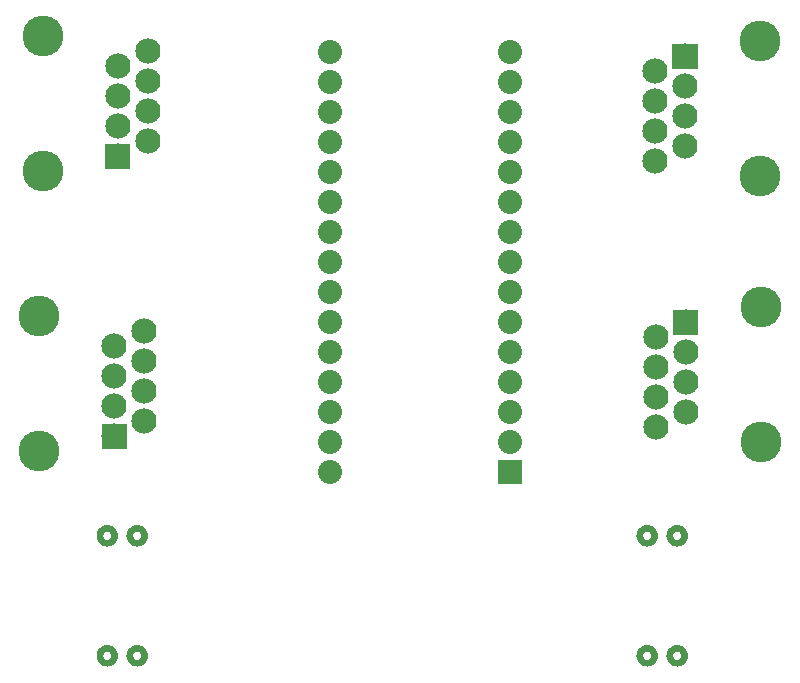
<source format=gts>
G04 MADE WITH FRITZING*
G04 WWW.FRITZING.ORG*
G04 DOUBLE SIDED*
G04 HOLES PLATED*
G04 CONTOUR ON CENTER OF CONTOUR VECTOR*
%ASAXBY*%
%FSLAX23Y23*%
%MOIN*%
%OFA0B0*%
%SFA1.0B1.0*%
%ADD10C,0.080000*%
%ADD11C,0.084000*%
%ADD12C,0.135984*%
%ADD13R,0.079972X0.080000*%
%ADD14R,0.001000X0.001000*%
%LNMASK1*%
G90*
G70*
G54D10*
X1676Y1329D03*
X1676Y1429D03*
X1676Y1529D03*
X1676Y1629D03*
X1676Y1729D03*
X1676Y1829D03*
X1676Y1929D03*
X1676Y2029D03*
X1676Y2129D03*
X1676Y2229D03*
X1676Y2329D03*
X1676Y2429D03*
X1676Y2529D03*
X1676Y2629D03*
X1676Y2729D03*
X1076Y1329D03*
X1076Y1429D03*
X1076Y1529D03*
X1076Y1629D03*
X1076Y1729D03*
X1076Y1829D03*
X1076Y1929D03*
X1076Y2029D03*
X1076Y2129D03*
X1076Y2229D03*
X1076Y2329D03*
X1076Y2429D03*
X1076Y2529D03*
X1076Y2629D03*
X1076Y2729D03*
G54D11*
X2161Y1476D03*
X2261Y1526D03*
X2161Y1576D03*
X2161Y1676D03*
X2161Y1776D03*
X2261Y1626D03*
X2261Y1726D03*
X2261Y1826D03*
G54D12*
X2511Y1876D03*
X2511Y1426D03*
G54D11*
X2161Y1476D03*
X2261Y1526D03*
X2161Y1576D03*
X2161Y1676D03*
X2161Y1776D03*
X2261Y1626D03*
X2261Y1726D03*
X2261Y1826D03*
G54D12*
X2511Y1876D03*
X2511Y1426D03*
G54D11*
X468Y2730D03*
X368Y2680D03*
X468Y2630D03*
X468Y2530D03*
X468Y2430D03*
X368Y2580D03*
X368Y2480D03*
X368Y2380D03*
G54D12*
X118Y2330D03*
X118Y2780D03*
G54D11*
X468Y2730D03*
X368Y2680D03*
X468Y2630D03*
X468Y2530D03*
X468Y2430D03*
X368Y2580D03*
X368Y2480D03*
X368Y2380D03*
G54D12*
X118Y2330D03*
X118Y2780D03*
G54D11*
X457Y1796D03*
X357Y1746D03*
X457Y1696D03*
X457Y1596D03*
X457Y1496D03*
X357Y1646D03*
X357Y1546D03*
X357Y1446D03*
G54D12*
X107Y1396D03*
X107Y1846D03*
G54D11*
X457Y1796D03*
X357Y1746D03*
X457Y1696D03*
X457Y1596D03*
X457Y1496D03*
X357Y1646D03*
X357Y1546D03*
X357Y1446D03*
G54D12*
X107Y1396D03*
X107Y1846D03*
G54D11*
X2159Y2363D03*
X2259Y2413D03*
X2159Y2463D03*
X2159Y2563D03*
X2159Y2663D03*
X2259Y2513D03*
X2259Y2613D03*
X2259Y2713D03*
G54D12*
X2509Y2763D03*
X2509Y2313D03*
G54D11*
X2159Y2363D03*
X2259Y2413D03*
X2159Y2463D03*
X2159Y2563D03*
X2159Y2663D03*
X2259Y2513D03*
X2259Y2613D03*
X2259Y2713D03*
G54D12*
X2509Y2763D03*
X2509Y2313D03*
G54D13*
X1676Y1329D03*
G54D14*
X2217Y2755D02*
X2299Y2755D01*
X2217Y2754D02*
X2300Y2754D01*
X2217Y2753D02*
X2300Y2753D01*
X2217Y2752D02*
X2300Y2752D01*
X2217Y2751D02*
X2300Y2751D01*
X2217Y2750D02*
X2300Y2750D01*
X2217Y2749D02*
X2300Y2749D01*
X2217Y2748D02*
X2300Y2748D01*
X2217Y2747D02*
X2300Y2747D01*
X2217Y2746D02*
X2300Y2746D01*
X2217Y2745D02*
X2300Y2745D01*
X2217Y2744D02*
X2300Y2744D01*
X2217Y2743D02*
X2300Y2743D01*
X2217Y2742D02*
X2300Y2742D01*
X2217Y2741D02*
X2300Y2741D01*
X2217Y2740D02*
X2300Y2740D01*
X2217Y2739D02*
X2300Y2739D01*
X2217Y2738D02*
X2300Y2738D01*
X2217Y2737D02*
X2300Y2737D01*
X2217Y2736D02*
X2300Y2736D01*
X2217Y2735D02*
X2300Y2735D01*
X2217Y2734D02*
X2300Y2734D01*
X2217Y2733D02*
X2300Y2733D01*
X2217Y2732D02*
X2300Y2732D01*
X2217Y2731D02*
X2300Y2731D01*
X2217Y2730D02*
X2300Y2730D01*
X2217Y2729D02*
X2300Y2729D01*
X2217Y2728D02*
X2300Y2728D01*
X2217Y2727D02*
X2252Y2727D01*
X2264Y2727D02*
X2300Y2727D01*
X2217Y2726D02*
X2250Y2726D01*
X2266Y2726D02*
X2300Y2726D01*
X2217Y2725D02*
X2249Y2725D01*
X2267Y2725D02*
X2300Y2725D01*
X2217Y2724D02*
X2248Y2724D01*
X2269Y2724D02*
X2300Y2724D01*
X2217Y2723D02*
X2247Y2723D01*
X2269Y2723D02*
X2300Y2723D01*
X2217Y2722D02*
X2246Y2722D01*
X2270Y2722D02*
X2300Y2722D01*
X2217Y2721D02*
X2245Y2721D01*
X2271Y2721D02*
X2300Y2721D01*
X2217Y2720D02*
X2245Y2720D01*
X2272Y2720D02*
X2300Y2720D01*
X2217Y2719D02*
X2244Y2719D01*
X2272Y2719D02*
X2300Y2719D01*
X2217Y2718D02*
X2244Y2718D01*
X2272Y2718D02*
X2300Y2718D01*
X2217Y2717D02*
X2243Y2717D01*
X2273Y2717D02*
X2300Y2717D01*
X2217Y2716D02*
X2243Y2716D01*
X2273Y2716D02*
X2300Y2716D01*
X2217Y2715D02*
X2243Y2715D01*
X2273Y2715D02*
X2300Y2715D01*
X2217Y2714D02*
X2243Y2714D01*
X2273Y2714D02*
X2300Y2714D01*
X2217Y2713D02*
X2243Y2713D01*
X2273Y2713D02*
X2300Y2713D01*
X2217Y2712D02*
X2243Y2712D01*
X2273Y2712D02*
X2300Y2712D01*
X2217Y2711D02*
X2243Y2711D01*
X2273Y2711D02*
X2300Y2711D01*
X2217Y2710D02*
X2243Y2710D01*
X2273Y2710D02*
X2300Y2710D01*
X2217Y2709D02*
X2244Y2709D01*
X2273Y2709D02*
X2300Y2709D01*
X2217Y2708D02*
X2244Y2708D01*
X2272Y2708D02*
X2300Y2708D01*
X2217Y2707D02*
X2244Y2707D01*
X2272Y2707D02*
X2300Y2707D01*
X2217Y2706D02*
X2245Y2706D01*
X2271Y2706D02*
X2300Y2706D01*
X2217Y2705D02*
X2245Y2705D01*
X2271Y2705D02*
X2300Y2705D01*
X2217Y2704D02*
X2246Y2704D01*
X2270Y2704D02*
X2300Y2704D01*
X2217Y2703D02*
X2247Y2703D01*
X2269Y2703D02*
X2300Y2703D01*
X2217Y2702D02*
X2248Y2702D01*
X2268Y2702D02*
X2300Y2702D01*
X2217Y2701D02*
X2249Y2701D01*
X2267Y2701D02*
X2300Y2701D01*
X2217Y2700D02*
X2251Y2700D01*
X2265Y2700D02*
X2300Y2700D01*
X2217Y2699D02*
X2254Y2699D01*
X2262Y2699D02*
X2300Y2699D01*
X2217Y2698D02*
X2300Y2698D01*
X2217Y2697D02*
X2300Y2697D01*
X2217Y2696D02*
X2300Y2696D01*
X2217Y2695D02*
X2300Y2695D01*
X2217Y2694D02*
X2300Y2694D01*
X2217Y2693D02*
X2300Y2693D01*
X2217Y2692D02*
X2300Y2692D01*
X2217Y2691D02*
X2300Y2691D01*
X2217Y2690D02*
X2300Y2690D01*
X2217Y2689D02*
X2300Y2689D01*
X2217Y2688D02*
X2300Y2688D01*
X2217Y2687D02*
X2300Y2687D01*
X2217Y2686D02*
X2300Y2686D01*
X2217Y2685D02*
X2300Y2685D01*
X2217Y2684D02*
X2300Y2684D01*
X2217Y2683D02*
X2300Y2683D01*
X2217Y2682D02*
X2300Y2682D01*
X2217Y2681D02*
X2300Y2681D01*
X2217Y2680D02*
X2300Y2680D01*
X2217Y2679D02*
X2300Y2679D01*
X2217Y2678D02*
X2300Y2678D01*
X2217Y2677D02*
X2300Y2677D01*
X2217Y2676D02*
X2300Y2676D01*
X2217Y2675D02*
X2300Y2675D01*
X2217Y2674D02*
X2300Y2674D01*
X2217Y2673D02*
X2300Y2673D01*
X2217Y2672D02*
X2300Y2672D01*
X326Y2421D02*
X409Y2421D01*
X326Y2420D02*
X409Y2420D01*
X326Y2419D02*
X409Y2419D01*
X326Y2418D02*
X409Y2418D01*
X326Y2417D02*
X409Y2417D01*
X326Y2416D02*
X409Y2416D01*
X326Y2415D02*
X409Y2415D01*
X326Y2414D02*
X409Y2414D01*
X326Y2413D02*
X409Y2413D01*
X326Y2412D02*
X409Y2412D01*
X326Y2411D02*
X409Y2411D01*
X326Y2410D02*
X409Y2410D01*
X326Y2409D02*
X409Y2409D01*
X326Y2408D02*
X409Y2408D01*
X326Y2407D02*
X409Y2407D01*
X326Y2406D02*
X409Y2406D01*
X326Y2405D02*
X409Y2405D01*
X326Y2404D02*
X409Y2404D01*
X326Y2403D02*
X409Y2403D01*
X326Y2402D02*
X409Y2402D01*
X326Y2401D02*
X409Y2401D01*
X326Y2400D02*
X409Y2400D01*
X326Y2399D02*
X409Y2399D01*
X326Y2398D02*
X409Y2398D01*
X326Y2397D02*
X409Y2397D01*
X326Y2396D02*
X409Y2396D01*
X326Y2395D02*
X409Y2395D01*
X326Y2394D02*
X363Y2394D01*
X373Y2394D02*
X409Y2394D01*
X326Y2393D02*
X361Y2393D01*
X375Y2393D02*
X409Y2393D01*
X326Y2392D02*
X359Y2392D01*
X377Y2392D02*
X409Y2392D01*
X326Y2391D02*
X358Y2391D01*
X378Y2391D02*
X409Y2391D01*
X326Y2390D02*
X357Y2390D01*
X379Y2390D02*
X409Y2390D01*
X326Y2389D02*
X356Y2389D01*
X380Y2389D02*
X409Y2389D01*
X326Y2388D02*
X355Y2388D01*
X381Y2388D02*
X409Y2388D01*
X326Y2387D02*
X354Y2387D01*
X381Y2387D02*
X409Y2387D01*
X326Y2386D02*
X354Y2386D01*
X382Y2386D02*
X409Y2386D01*
X326Y2385D02*
X354Y2385D01*
X382Y2385D02*
X409Y2385D01*
X326Y2384D02*
X353Y2384D01*
X382Y2384D02*
X409Y2384D01*
X326Y2383D02*
X353Y2383D01*
X383Y2383D02*
X409Y2383D01*
X326Y2382D02*
X353Y2382D01*
X383Y2382D02*
X409Y2382D01*
X326Y2381D02*
X353Y2381D01*
X383Y2381D02*
X409Y2381D01*
X326Y2380D02*
X353Y2380D01*
X383Y2380D02*
X409Y2380D01*
X326Y2379D02*
X353Y2379D01*
X383Y2379D02*
X409Y2379D01*
X326Y2378D02*
X353Y2378D01*
X383Y2378D02*
X409Y2378D01*
X326Y2377D02*
X353Y2377D01*
X383Y2377D02*
X409Y2377D01*
X326Y2376D02*
X353Y2376D01*
X383Y2376D02*
X409Y2376D01*
X326Y2375D02*
X353Y2375D01*
X382Y2375D02*
X409Y2375D01*
X326Y2374D02*
X354Y2374D01*
X382Y2374D02*
X409Y2374D01*
X326Y2373D02*
X354Y2373D01*
X381Y2373D02*
X409Y2373D01*
X326Y2372D02*
X355Y2372D01*
X381Y2372D02*
X409Y2372D01*
X326Y2371D02*
X356Y2371D01*
X380Y2371D02*
X409Y2371D01*
X326Y2370D02*
X357Y2370D01*
X379Y2370D02*
X409Y2370D01*
X326Y2369D02*
X358Y2369D01*
X378Y2369D02*
X409Y2369D01*
X326Y2368D02*
X359Y2368D01*
X377Y2368D02*
X409Y2368D01*
X326Y2367D02*
X360Y2367D01*
X375Y2367D02*
X409Y2367D01*
X326Y2366D02*
X363Y2366D01*
X373Y2366D02*
X409Y2366D01*
X326Y2365D02*
X409Y2365D01*
X326Y2364D02*
X409Y2364D01*
X326Y2363D02*
X409Y2363D01*
X326Y2362D02*
X409Y2362D01*
X326Y2361D02*
X409Y2361D01*
X326Y2360D02*
X409Y2360D01*
X326Y2359D02*
X409Y2359D01*
X326Y2358D02*
X409Y2358D01*
X326Y2357D02*
X409Y2357D01*
X326Y2356D02*
X409Y2356D01*
X326Y2355D02*
X409Y2355D01*
X326Y2354D02*
X409Y2354D01*
X326Y2353D02*
X409Y2353D01*
X326Y2352D02*
X409Y2352D01*
X326Y2351D02*
X409Y2351D01*
X326Y2350D02*
X409Y2350D01*
X326Y2349D02*
X409Y2349D01*
X326Y2348D02*
X409Y2348D01*
X326Y2347D02*
X409Y2347D01*
X326Y2346D02*
X409Y2346D01*
X326Y2345D02*
X409Y2345D01*
X326Y2344D02*
X409Y2344D01*
X326Y2343D02*
X409Y2343D01*
X326Y2342D02*
X409Y2342D01*
X326Y2341D02*
X409Y2341D01*
X326Y2340D02*
X409Y2340D01*
X326Y2339D02*
X409Y2339D01*
X327Y2338D02*
X409Y2338D01*
X2219Y1868D02*
X2302Y1868D01*
X2219Y1867D02*
X2302Y1867D01*
X2219Y1866D02*
X2302Y1866D01*
X2219Y1865D02*
X2302Y1865D01*
X2219Y1864D02*
X2302Y1864D01*
X2219Y1863D02*
X2302Y1863D01*
X2219Y1862D02*
X2302Y1862D01*
X2219Y1861D02*
X2302Y1861D01*
X2219Y1860D02*
X2302Y1860D01*
X2219Y1859D02*
X2302Y1859D01*
X2219Y1858D02*
X2302Y1858D01*
X2219Y1857D02*
X2302Y1857D01*
X2219Y1856D02*
X2302Y1856D01*
X2219Y1855D02*
X2302Y1855D01*
X2219Y1854D02*
X2302Y1854D01*
X2219Y1853D02*
X2302Y1853D01*
X2219Y1852D02*
X2302Y1852D01*
X2219Y1851D02*
X2302Y1851D01*
X2219Y1850D02*
X2302Y1850D01*
X2219Y1849D02*
X2302Y1849D01*
X2219Y1848D02*
X2302Y1848D01*
X2219Y1847D02*
X2302Y1847D01*
X2219Y1846D02*
X2302Y1846D01*
X2219Y1845D02*
X2302Y1845D01*
X2219Y1844D02*
X2302Y1844D01*
X2219Y1843D02*
X2302Y1843D01*
X2219Y1842D02*
X2302Y1842D01*
X2219Y1841D02*
X2302Y1841D01*
X2219Y1840D02*
X2255Y1840D01*
X2266Y1840D02*
X2302Y1840D01*
X2219Y1839D02*
X2253Y1839D01*
X2268Y1839D02*
X2302Y1839D01*
X2219Y1838D02*
X2251Y1838D01*
X2270Y1838D02*
X2302Y1838D01*
X2219Y1837D02*
X2250Y1837D01*
X2271Y1837D02*
X2302Y1837D01*
X2219Y1836D02*
X2249Y1836D01*
X2272Y1836D02*
X2302Y1836D01*
X2219Y1835D02*
X2248Y1835D01*
X2273Y1835D02*
X2302Y1835D01*
X2219Y1834D02*
X2248Y1834D01*
X2274Y1834D02*
X2302Y1834D01*
X2219Y1833D02*
X2247Y1833D01*
X2274Y1833D02*
X2302Y1833D01*
X2219Y1832D02*
X2246Y1832D01*
X2275Y1832D02*
X2302Y1832D01*
X2219Y1831D02*
X2246Y1831D01*
X2275Y1831D02*
X2302Y1831D01*
X2219Y1830D02*
X2246Y1830D01*
X2275Y1830D02*
X2302Y1830D01*
X2219Y1829D02*
X2246Y1829D01*
X2275Y1829D02*
X2302Y1829D01*
X2219Y1828D02*
X2245Y1828D01*
X2276Y1828D02*
X2302Y1828D01*
X2219Y1827D02*
X2245Y1827D01*
X2276Y1827D02*
X2302Y1827D01*
X2219Y1826D02*
X2245Y1826D01*
X2276Y1826D02*
X2302Y1826D01*
X2219Y1825D02*
X2245Y1825D01*
X2276Y1825D02*
X2302Y1825D01*
X2219Y1824D02*
X2246Y1824D01*
X2276Y1824D02*
X2302Y1824D01*
X2219Y1823D02*
X2246Y1823D01*
X2275Y1823D02*
X2302Y1823D01*
X2219Y1822D02*
X2246Y1822D01*
X2275Y1822D02*
X2302Y1822D01*
X2219Y1821D02*
X2246Y1821D01*
X2275Y1821D02*
X2302Y1821D01*
X2219Y1820D02*
X2247Y1820D01*
X2274Y1820D02*
X2302Y1820D01*
X2219Y1819D02*
X2247Y1819D01*
X2274Y1819D02*
X2302Y1819D01*
X2219Y1818D02*
X2248Y1818D01*
X2273Y1818D02*
X2302Y1818D01*
X2219Y1817D02*
X2249Y1817D01*
X2272Y1817D02*
X2302Y1817D01*
X2219Y1816D02*
X2250Y1816D01*
X2271Y1816D02*
X2302Y1816D01*
X2219Y1815D02*
X2251Y1815D01*
X2270Y1815D02*
X2302Y1815D01*
X2219Y1814D02*
X2252Y1814D01*
X2269Y1814D02*
X2302Y1814D01*
X2219Y1813D02*
X2254Y1813D01*
X2267Y1813D02*
X2302Y1813D01*
X2219Y1812D02*
X2256Y1812D01*
X2265Y1812D02*
X2302Y1812D01*
X2219Y1811D02*
X2302Y1811D01*
X2219Y1810D02*
X2302Y1810D01*
X2219Y1809D02*
X2302Y1809D01*
X2219Y1808D02*
X2302Y1808D01*
X2219Y1807D02*
X2302Y1807D01*
X2219Y1806D02*
X2302Y1806D01*
X2219Y1805D02*
X2302Y1805D01*
X2219Y1804D02*
X2302Y1804D01*
X2219Y1803D02*
X2302Y1803D01*
X2219Y1802D02*
X2302Y1802D01*
X2219Y1801D02*
X2302Y1801D01*
X2219Y1800D02*
X2302Y1800D01*
X2219Y1799D02*
X2302Y1799D01*
X2219Y1798D02*
X2302Y1798D01*
X2219Y1797D02*
X2302Y1797D01*
X2219Y1796D02*
X2302Y1796D01*
X2219Y1795D02*
X2302Y1795D01*
X2219Y1794D02*
X2302Y1794D01*
X2219Y1793D02*
X2302Y1793D01*
X2219Y1792D02*
X2302Y1792D01*
X2219Y1791D02*
X2302Y1791D01*
X2219Y1790D02*
X2302Y1790D01*
X2219Y1789D02*
X2302Y1789D01*
X2219Y1788D02*
X2302Y1788D01*
X2219Y1787D02*
X2302Y1787D01*
X2219Y1786D02*
X2302Y1786D01*
X2219Y1785D02*
X2302Y1785D01*
X315Y1488D02*
X398Y1488D01*
X315Y1487D02*
X398Y1487D01*
X315Y1486D02*
X398Y1486D01*
X315Y1485D02*
X398Y1485D01*
X315Y1484D02*
X398Y1484D01*
X315Y1483D02*
X398Y1483D01*
X315Y1482D02*
X398Y1482D01*
X315Y1481D02*
X398Y1481D01*
X315Y1480D02*
X398Y1480D01*
X315Y1479D02*
X398Y1479D01*
X315Y1478D02*
X398Y1478D01*
X315Y1477D02*
X398Y1477D01*
X315Y1476D02*
X398Y1476D01*
X315Y1475D02*
X398Y1475D01*
X315Y1474D02*
X398Y1474D01*
X315Y1473D02*
X398Y1473D01*
X315Y1472D02*
X398Y1472D01*
X315Y1471D02*
X398Y1471D01*
X315Y1470D02*
X398Y1470D01*
X315Y1469D02*
X398Y1469D01*
X315Y1468D02*
X398Y1468D01*
X315Y1467D02*
X398Y1467D01*
X315Y1466D02*
X398Y1466D01*
X315Y1465D02*
X398Y1465D01*
X315Y1464D02*
X398Y1464D01*
X315Y1463D02*
X398Y1463D01*
X315Y1462D02*
X398Y1462D01*
X315Y1461D02*
X398Y1461D01*
X315Y1460D02*
X351Y1460D01*
X363Y1460D02*
X398Y1460D01*
X315Y1459D02*
X349Y1459D01*
X365Y1459D02*
X398Y1459D01*
X315Y1458D02*
X347Y1458D01*
X366Y1458D02*
X398Y1458D01*
X315Y1457D02*
X346Y1457D01*
X367Y1457D02*
X398Y1457D01*
X315Y1456D02*
X345Y1456D01*
X368Y1456D02*
X398Y1456D01*
X315Y1455D02*
X344Y1455D01*
X369Y1455D02*
X398Y1455D01*
X315Y1454D02*
X344Y1454D01*
X370Y1454D02*
X398Y1454D01*
X315Y1453D02*
X343Y1453D01*
X370Y1453D02*
X398Y1453D01*
X315Y1452D02*
X343Y1452D01*
X371Y1452D02*
X398Y1452D01*
X315Y1451D02*
X342Y1451D01*
X371Y1451D02*
X398Y1451D01*
X315Y1450D02*
X342Y1450D01*
X371Y1450D02*
X398Y1450D01*
X315Y1449D02*
X342Y1449D01*
X372Y1449D02*
X398Y1449D01*
X315Y1448D02*
X342Y1448D01*
X372Y1448D02*
X398Y1448D01*
X315Y1447D02*
X342Y1447D01*
X372Y1447D02*
X398Y1447D01*
X315Y1446D02*
X342Y1446D01*
X372Y1446D02*
X398Y1446D01*
X315Y1445D02*
X342Y1445D01*
X372Y1445D02*
X398Y1445D01*
X315Y1444D02*
X342Y1444D01*
X372Y1444D02*
X398Y1444D01*
X315Y1443D02*
X342Y1443D01*
X372Y1443D02*
X398Y1443D01*
X315Y1442D02*
X342Y1442D01*
X371Y1442D02*
X398Y1442D01*
X315Y1441D02*
X342Y1441D01*
X371Y1441D02*
X398Y1441D01*
X315Y1440D02*
X343Y1440D01*
X371Y1440D02*
X398Y1440D01*
X315Y1439D02*
X343Y1439D01*
X370Y1439D02*
X398Y1439D01*
X315Y1438D02*
X344Y1438D01*
X369Y1438D02*
X398Y1438D01*
X315Y1437D02*
X345Y1437D01*
X369Y1437D02*
X398Y1437D01*
X315Y1436D02*
X346Y1436D01*
X368Y1436D02*
X398Y1436D01*
X315Y1435D02*
X347Y1435D01*
X366Y1435D02*
X398Y1435D01*
X315Y1434D02*
X348Y1434D01*
X365Y1434D02*
X398Y1434D01*
X315Y1433D02*
X350Y1433D01*
X363Y1433D02*
X398Y1433D01*
X315Y1432D02*
X353Y1432D01*
X361Y1432D02*
X398Y1432D01*
X315Y1431D02*
X398Y1431D01*
X315Y1430D02*
X398Y1430D01*
X315Y1429D02*
X398Y1429D01*
X315Y1428D02*
X398Y1428D01*
X315Y1427D02*
X398Y1427D01*
X315Y1426D02*
X398Y1426D01*
X315Y1425D02*
X398Y1425D01*
X315Y1424D02*
X398Y1424D01*
X315Y1423D02*
X398Y1423D01*
X315Y1422D02*
X398Y1422D01*
X315Y1421D02*
X398Y1421D01*
X315Y1420D02*
X398Y1420D01*
X315Y1419D02*
X398Y1419D01*
X315Y1418D02*
X398Y1418D01*
X315Y1417D02*
X398Y1417D01*
X315Y1416D02*
X398Y1416D01*
X315Y1415D02*
X398Y1415D01*
X315Y1414D02*
X398Y1414D01*
X315Y1413D02*
X398Y1413D01*
X315Y1412D02*
X398Y1412D01*
X315Y1411D02*
X398Y1411D01*
X315Y1410D02*
X398Y1410D01*
X315Y1409D02*
X398Y1409D01*
X315Y1408D02*
X398Y1408D01*
X315Y1407D02*
X398Y1407D01*
X315Y1406D02*
X398Y1406D01*
X315Y1405D02*
X398Y1405D01*
X326Y1150D02*
X339Y1150D01*
X426Y1150D02*
X439Y1150D01*
X2126Y1150D02*
X2139Y1150D01*
X2226Y1150D02*
X2239Y1150D01*
X323Y1149D02*
X343Y1149D01*
X423Y1149D02*
X443Y1149D01*
X2123Y1149D02*
X2143Y1149D01*
X2223Y1149D02*
X2243Y1149D01*
X320Y1148D02*
X346Y1148D01*
X420Y1148D02*
X446Y1148D01*
X2120Y1148D02*
X2146Y1148D01*
X2220Y1148D02*
X2246Y1148D01*
X318Y1147D02*
X348Y1147D01*
X418Y1147D02*
X448Y1147D01*
X2118Y1147D02*
X2148Y1147D01*
X2218Y1147D02*
X2248Y1147D01*
X316Y1146D02*
X350Y1146D01*
X416Y1146D02*
X450Y1146D01*
X2116Y1146D02*
X2150Y1146D01*
X2216Y1146D02*
X2250Y1146D01*
X314Y1145D02*
X352Y1145D01*
X414Y1145D02*
X452Y1145D01*
X2114Y1145D02*
X2152Y1145D01*
X2214Y1145D02*
X2252Y1145D01*
X313Y1144D02*
X353Y1144D01*
X413Y1144D02*
X453Y1144D01*
X2112Y1144D02*
X2153Y1144D01*
X2212Y1144D02*
X2253Y1144D01*
X311Y1143D02*
X355Y1143D01*
X411Y1143D02*
X455Y1143D01*
X2111Y1143D02*
X2154Y1143D01*
X2211Y1143D02*
X2254Y1143D01*
X310Y1142D02*
X356Y1142D01*
X410Y1142D02*
X456Y1142D01*
X2110Y1142D02*
X2156Y1142D01*
X2210Y1142D02*
X2256Y1142D01*
X309Y1141D02*
X357Y1141D01*
X409Y1141D02*
X457Y1141D01*
X2109Y1141D02*
X2157Y1141D01*
X2209Y1141D02*
X2257Y1141D01*
X308Y1140D02*
X358Y1140D01*
X408Y1140D02*
X458Y1140D01*
X2108Y1140D02*
X2158Y1140D01*
X2208Y1140D02*
X2258Y1140D01*
X307Y1139D02*
X359Y1139D01*
X407Y1139D02*
X459Y1139D01*
X2107Y1139D02*
X2159Y1139D01*
X2207Y1139D02*
X2259Y1139D01*
X306Y1138D02*
X360Y1138D01*
X406Y1138D02*
X460Y1138D01*
X2106Y1138D02*
X2160Y1138D01*
X2206Y1138D02*
X2260Y1138D01*
X305Y1137D02*
X361Y1137D01*
X405Y1137D02*
X461Y1137D01*
X2105Y1137D02*
X2160Y1137D01*
X2205Y1137D02*
X2260Y1137D01*
X304Y1136D02*
X361Y1136D01*
X404Y1136D02*
X461Y1136D01*
X2104Y1136D02*
X2161Y1136D01*
X2204Y1136D02*
X2261Y1136D01*
X304Y1135D02*
X362Y1135D01*
X404Y1135D02*
X462Y1135D01*
X2104Y1135D02*
X2162Y1135D01*
X2204Y1135D02*
X2262Y1135D01*
X303Y1134D02*
X363Y1134D01*
X403Y1134D02*
X463Y1134D01*
X2103Y1134D02*
X2163Y1134D01*
X2203Y1134D02*
X2263Y1134D01*
X303Y1133D02*
X363Y1133D01*
X402Y1133D02*
X463Y1133D01*
X2102Y1133D02*
X2163Y1133D01*
X2202Y1133D02*
X2263Y1133D01*
X302Y1132D02*
X364Y1132D01*
X402Y1132D02*
X464Y1132D01*
X2102Y1132D02*
X2164Y1132D01*
X2202Y1132D02*
X2264Y1132D01*
X301Y1131D02*
X364Y1131D01*
X401Y1131D02*
X464Y1131D01*
X2101Y1131D02*
X2164Y1131D01*
X2201Y1131D02*
X2264Y1131D01*
X301Y1130D02*
X365Y1130D01*
X401Y1130D02*
X465Y1130D01*
X2101Y1130D02*
X2165Y1130D01*
X2201Y1130D02*
X2265Y1130D01*
X300Y1129D02*
X365Y1129D01*
X400Y1129D02*
X465Y1129D01*
X2100Y1129D02*
X2165Y1129D01*
X2200Y1129D02*
X2265Y1129D01*
X300Y1128D02*
X329Y1128D01*
X336Y1128D02*
X366Y1128D01*
X400Y1128D02*
X429Y1128D01*
X436Y1128D02*
X466Y1128D01*
X2100Y1128D02*
X2129Y1128D01*
X2136Y1128D02*
X2166Y1128D01*
X2200Y1128D02*
X2229Y1128D01*
X2236Y1128D02*
X2266Y1128D01*
X300Y1127D02*
X327Y1127D01*
X339Y1127D02*
X366Y1127D01*
X400Y1127D02*
X426Y1127D01*
X439Y1127D02*
X466Y1127D01*
X2100Y1127D02*
X2126Y1127D01*
X2139Y1127D02*
X2166Y1127D01*
X2200Y1127D02*
X2226Y1127D01*
X2239Y1127D02*
X2266Y1127D01*
X299Y1126D02*
X325Y1126D01*
X341Y1126D02*
X366Y1126D01*
X399Y1126D02*
X425Y1126D01*
X441Y1126D02*
X466Y1126D01*
X2099Y1126D02*
X2125Y1126D01*
X2141Y1126D02*
X2166Y1126D01*
X2199Y1126D02*
X2225Y1126D01*
X2241Y1126D02*
X2266Y1126D01*
X299Y1125D02*
X324Y1125D01*
X342Y1125D02*
X367Y1125D01*
X399Y1125D02*
X424Y1125D01*
X442Y1125D02*
X467Y1125D01*
X2099Y1125D02*
X2123Y1125D01*
X2142Y1125D02*
X2167Y1125D01*
X2199Y1125D02*
X2223Y1125D01*
X2242Y1125D02*
X2267Y1125D01*
X299Y1124D02*
X323Y1124D01*
X343Y1124D02*
X367Y1124D01*
X399Y1124D02*
X422Y1124D01*
X443Y1124D02*
X467Y1124D01*
X2099Y1124D02*
X2122Y1124D01*
X2143Y1124D02*
X2167Y1124D01*
X2199Y1124D02*
X2222Y1124D01*
X2243Y1124D02*
X2267Y1124D01*
X298Y1123D02*
X322Y1123D01*
X344Y1123D02*
X367Y1123D01*
X398Y1123D02*
X422Y1123D01*
X444Y1123D02*
X467Y1123D01*
X2098Y1123D02*
X2122Y1123D01*
X2144Y1123D02*
X2167Y1123D01*
X2198Y1123D02*
X2222Y1123D01*
X2244Y1123D02*
X2267Y1123D01*
X298Y1122D02*
X321Y1122D01*
X345Y1122D02*
X368Y1122D01*
X398Y1122D02*
X421Y1122D01*
X445Y1122D02*
X468Y1122D01*
X2098Y1122D02*
X2121Y1122D01*
X2145Y1122D02*
X2167Y1122D01*
X2198Y1122D02*
X2221Y1122D01*
X2245Y1122D02*
X2267Y1122D01*
X298Y1121D02*
X320Y1121D01*
X345Y1121D02*
X368Y1121D01*
X398Y1121D02*
X420Y1121D01*
X445Y1121D02*
X468Y1121D01*
X2098Y1121D02*
X2120Y1121D01*
X2145Y1121D02*
X2168Y1121D01*
X2198Y1121D02*
X2220Y1121D01*
X2245Y1121D02*
X2268Y1121D01*
X298Y1120D02*
X320Y1120D01*
X346Y1120D02*
X368Y1120D01*
X398Y1120D02*
X420Y1120D01*
X446Y1120D02*
X468Y1120D01*
X2098Y1120D02*
X2120Y1120D01*
X2146Y1120D02*
X2168Y1120D01*
X2198Y1120D02*
X2220Y1120D01*
X2246Y1120D02*
X2268Y1120D01*
X298Y1119D02*
X320Y1119D01*
X346Y1119D02*
X368Y1119D01*
X398Y1119D02*
X419Y1119D01*
X446Y1119D02*
X468Y1119D01*
X2098Y1119D02*
X2119Y1119D01*
X2146Y1119D02*
X2168Y1119D01*
X2198Y1119D02*
X2219Y1119D01*
X2246Y1119D02*
X2268Y1119D01*
X298Y1118D02*
X319Y1118D01*
X347Y1118D02*
X368Y1118D01*
X398Y1118D02*
X419Y1118D01*
X446Y1118D02*
X468Y1118D01*
X2097Y1118D02*
X2119Y1118D01*
X2146Y1118D02*
X2168Y1118D01*
X2197Y1118D02*
X2219Y1118D01*
X2246Y1118D02*
X2268Y1118D01*
X298Y1117D02*
X319Y1117D01*
X347Y1117D02*
X368Y1117D01*
X398Y1117D02*
X419Y1117D01*
X447Y1117D02*
X468Y1117D01*
X2097Y1117D02*
X2119Y1117D01*
X2147Y1117D02*
X2168Y1117D01*
X2197Y1117D02*
X2219Y1117D01*
X2247Y1117D02*
X2268Y1117D01*
X298Y1116D02*
X319Y1116D01*
X347Y1116D02*
X368Y1116D01*
X397Y1116D02*
X419Y1116D01*
X447Y1116D02*
X468Y1116D01*
X2097Y1116D02*
X2119Y1116D01*
X2147Y1116D02*
X2168Y1116D01*
X2197Y1116D02*
X2219Y1116D01*
X2247Y1116D02*
X2268Y1116D01*
X297Y1115D02*
X319Y1115D01*
X347Y1115D02*
X368Y1115D01*
X397Y1115D02*
X419Y1115D01*
X447Y1115D02*
X468Y1115D01*
X2097Y1115D02*
X2119Y1115D01*
X2147Y1115D02*
X2168Y1115D01*
X2197Y1115D02*
X2219Y1115D01*
X2247Y1115D02*
X2268Y1115D01*
X297Y1114D02*
X319Y1114D01*
X347Y1114D02*
X368Y1114D01*
X397Y1114D02*
X419Y1114D01*
X447Y1114D02*
X468Y1114D01*
X2097Y1114D02*
X2119Y1114D01*
X2147Y1114D02*
X2168Y1114D01*
X2197Y1114D02*
X2219Y1114D01*
X2247Y1114D02*
X2268Y1114D01*
X298Y1113D02*
X319Y1113D01*
X347Y1113D02*
X368Y1113D01*
X397Y1113D02*
X419Y1113D01*
X447Y1113D02*
X468Y1113D01*
X2097Y1113D02*
X2119Y1113D01*
X2147Y1113D02*
X2168Y1113D01*
X2197Y1113D02*
X2219Y1113D01*
X2247Y1113D02*
X2268Y1113D01*
X298Y1112D02*
X319Y1112D01*
X347Y1112D02*
X368Y1112D01*
X398Y1112D02*
X419Y1112D01*
X447Y1112D02*
X468Y1112D01*
X2097Y1112D02*
X2119Y1112D01*
X2147Y1112D02*
X2168Y1112D01*
X2197Y1112D02*
X2219Y1112D01*
X2246Y1112D02*
X2268Y1112D01*
X298Y1111D02*
X319Y1111D01*
X346Y1111D02*
X368Y1111D01*
X398Y1111D02*
X419Y1111D01*
X446Y1111D02*
X468Y1111D01*
X2098Y1111D02*
X2119Y1111D01*
X2146Y1111D02*
X2168Y1111D01*
X2198Y1111D02*
X2219Y1111D01*
X2246Y1111D02*
X2268Y1111D01*
X298Y1110D02*
X320Y1110D01*
X346Y1110D02*
X368Y1110D01*
X398Y1110D02*
X420Y1110D01*
X446Y1110D02*
X468Y1110D01*
X2098Y1110D02*
X2120Y1110D01*
X2146Y1110D02*
X2168Y1110D01*
X2198Y1110D02*
X2220Y1110D01*
X2246Y1110D02*
X2268Y1110D01*
X298Y1109D02*
X320Y1109D01*
X346Y1109D02*
X368Y1109D01*
X398Y1109D02*
X420Y1109D01*
X446Y1109D02*
X468Y1109D01*
X2098Y1109D02*
X2120Y1109D01*
X2146Y1109D02*
X2168Y1109D01*
X2198Y1109D02*
X2220Y1109D01*
X2245Y1109D02*
X2268Y1109D01*
X298Y1108D02*
X321Y1108D01*
X345Y1108D02*
X368Y1108D01*
X398Y1108D02*
X421Y1108D01*
X445Y1108D02*
X468Y1108D01*
X2098Y1108D02*
X2121Y1108D01*
X2145Y1108D02*
X2168Y1108D01*
X2198Y1108D02*
X2220Y1108D01*
X2245Y1108D02*
X2267Y1108D01*
X298Y1107D02*
X321Y1107D01*
X344Y1107D02*
X367Y1107D01*
X398Y1107D02*
X421Y1107D01*
X444Y1107D02*
X467Y1107D01*
X2098Y1107D02*
X2121Y1107D01*
X2144Y1107D02*
X2167Y1107D01*
X2198Y1107D02*
X2221Y1107D01*
X2244Y1107D02*
X2267Y1107D01*
X299Y1106D02*
X322Y1106D01*
X344Y1106D02*
X367Y1106D01*
X399Y1106D02*
X422Y1106D01*
X444Y1106D02*
X467Y1106D01*
X2099Y1106D02*
X2122Y1106D01*
X2143Y1106D02*
X2167Y1106D01*
X2198Y1106D02*
X2222Y1106D01*
X2243Y1106D02*
X2267Y1106D01*
X299Y1105D02*
X323Y1105D01*
X343Y1105D02*
X367Y1105D01*
X399Y1105D02*
X423Y1105D01*
X443Y1105D02*
X467Y1105D01*
X2099Y1105D02*
X2123Y1105D01*
X2143Y1105D02*
X2167Y1105D01*
X2199Y1105D02*
X2223Y1105D01*
X2242Y1105D02*
X2267Y1105D01*
X299Y1104D02*
X324Y1104D01*
X341Y1104D02*
X367Y1104D01*
X399Y1104D02*
X424Y1104D01*
X441Y1104D02*
X467Y1104D01*
X2099Y1104D02*
X2124Y1104D01*
X2141Y1104D02*
X2166Y1104D01*
X2199Y1104D02*
X2224Y1104D01*
X2241Y1104D02*
X2266Y1104D01*
X300Y1103D02*
X326Y1103D01*
X340Y1103D02*
X366Y1103D01*
X400Y1103D02*
X426Y1103D01*
X440Y1103D02*
X466Y1103D01*
X2099Y1103D02*
X2126Y1103D01*
X2140Y1103D02*
X2166Y1103D01*
X2199Y1103D02*
X2226Y1103D01*
X2240Y1103D02*
X2266Y1103D01*
X300Y1102D02*
X328Y1102D01*
X338Y1102D02*
X366Y1102D01*
X400Y1102D02*
X428Y1102D01*
X438Y1102D02*
X466Y1102D01*
X2100Y1102D02*
X2128Y1102D01*
X2138Y1102D02*
X2166Y1102D01*
X2200Y1102D02*
X2228Y1102D01*
X2238Y1102D02*
X2266Y1102D01*
X300Y1101D02*
X365Y1101D01*
X400Y1101D02*
X465Y1101D01*
X2100Y1101D02*
X2165Y1101D01*
X2200Y1101D02*
X2265Y1101D01*
X301Y1100D02*
X365Y1100D01*
X401Y1100D02*
X465Y1100D01*
X2101Y1100D02*
X2165Y1100D01*
X2201Y1100D02*
X2265Y1100D01*
X301Y1099D02*
X365Y1099D01*
X401Y1099D02*
X465Y1099D01*
X2101Y1099D02*
X2164Y1099D01*
X2201Y1099D02*
X2264Y1099D01*
X302Y1098D02*
X364Y1098D01*
X402Y1098D02*
X464Y1098D01*
X2102Y1098D02*
X2164Y1098D01*
X2202Y1098D02*
X2264Y1098D01*
X302Y1097D02*
X364Y1097D01*
X402Y1097D02*
X463Y1097D01*
X2102Y1097D02*
X2163Y1097D01*
X2202Y1097D02*
X2263Y1097D01*
X303Y1096D02*
X363Y1096D01*
X403Y1096D02*
X463Y1096D01*
X2103Y1096D02*
X2163Y1096D01*
X2203Y1096D02*
X2263Y1096D01*
X303Y1095D02*
X362Y1095D01*
X403Y1095D02*
X462Y1095D01*
X2103Y1095D02*
X2162Y1095D01*
X2203Y1095D02*
X2262Y1095D01*
X304Y1094D02*
X362Y1094D01*
X404Y1094D02*
X462Y1094D01*
X2104Y1094D02*
X2162Y1094D01*
X2204Y1094D02*
X2261Y1094D01*
X305Y1093D02*
X361Y1093D01*
X405Y1093D02*
X461Y1093D01*
X2105Y1093D02*
X2161Y1093D01*
X2205Y1093D02*
X2261Y1093D01*
X306Y1092D02*
X360Y1092D01*
X406Y1092D02*
X460Y1092D01*
X2106Y1092D02*
X2160Y1092D01*
X2205Y1092D02*
X2260Y1092D01*
X306Y1091D02*
X359Y1091D01*
X406Y1091D02*
X459Y1091D01*
X2106Y1091D02*
X2159Y1091D01*
X2206Y1091D02*
X2259Y1091D01*
X307Y1090D02*
X358Y1090D01*
X407Y1090D02*
X458Y1090D01*
X2107Y1090D02*
X2158Y1090D01*
X2207Y1090D02*
X2258Y1090D01*
X308Y1089D02*
X357Y1089D01*
X408Y1089D02*
X457Y1089D01*
X2108Y1089D02*
X2157Y1089D01*
X2208Y1089D02*
X2257Y1089D01*
X309Y1088D02*
X356Y1088D01*
X409Y1088D02*
X456Y1088D01*
X2109Y1088D02*
X2156Y1088D01*
X2209Y1088D02*
X2256Y1088D01*
X311Y1087D02*
X355Y1087D01*
X411Y1087D02*
X455Y1087D01*
X2111Y1087D02*
X2155Y1087D01*
X2210Y1087D02*
X2255Y1087D01*
X312Y1086D02*
X354Y1086D01*
X412Y1086D02*
X454Y1086D01*
X2112Y1086D02*
X2154Y1086D01*
X2212Y1086D02*
X2254Y1086D01*
X313Y1085D02*
X352Y1085D01*
X413Y1085D02*
X452Y1085D01*
X2113Y1085D02*
X2152Y1085D01*
X2213Y1085D02*
X2252Y1085D01*
X315Y1084D02*
X351Y1084D01*
X415Y1084D02*
X451Y1084D01*
X2115Y1084D02*
X2151Y1084D01*
X2215Y1084D02*
X2251Y1084D01*
X317Y1083D02*
X349Y1083D01*
X417Y1083D02*
X449Y1083D01*
X2117Y1083D02*
X2149Y1083D01*
X2217Y1083D02*
X2249Y1083D01*
X319Y1082D02*
X347Y1082D01*
X419Y1082D02*
X447Y1082D01*
X2119Y1082D02*
X2147Y1082D01*
X2219Y1082D02*
X2247Y1082D01*
X321Y1081D02*
X344Y1081D01*
X421Y1081D02*
X444Y1081D01*
X2121Y1081D02*
X2144Y1081D01*
X2221Y1081D02*
X2244Y1081D01*
X325Y1080D02*
X341Y1080D01*
X425Y1080D02*
X441Y1080D01*
X2125Y1080D02*
X2141Y1080D01*
X2225Y1080D02*
X2241Y1080D01*
X330Y1079D02*
X336Y1079D01*
X430Y1079D02*
X436Y1079D01*
X2130Y1079D02*
X2136Y1079D01*
X2230Y1079D02*
X2235Y1079D01*
X326Y750D02*
X340Y750D01*
X426Y750D02*
X440Y750D01*
X2126Y750D02*
X2139Y750D01*
X2226Y750D02*
X2239Y750D01*
X323Y749D02*
X343Y749D01*
X422Y749D02*
X443Y749D01*
X2122Y749D02*
X2143Y749D01*
X2222Y749D02*
X2243Y749D01*
X320Y748D02*
X346Y748D01*
X420Y748D02*
X446Y748D01*
X2120Y748D02*
X2146Y748D01*
X2220Y748D02*
X2246Y748D01*
X318Y747D02*
X348Y747D01*
X418Y747D02*
X448Y747D01*
X2118Y747D02*
X2148Y747D01*
X2217Y747D02*
X2248Y747D01*
X316Y746D02*
X350Y746D01*
X416Y746D02*
X450Y746D01*
X2116Y746D02*
X2150Y746D01*
X2216Y746D02*
X2250Y746D01*
X314Y745D02*
X352Y745D01*
X414Y745D02*
X452Y745D01*
X2114Y745D02*
X2152Y745D01*
X2214Y745D02*
X2252Y745D01*
X313Y744D02*
X353Y744D01*
X412Y744D02*
X453Y744D01*
X2112Y744D02*
X2153Y744D01*
X2212Y744D02*
X2253Y744D01*
X311Y743D02*
X355Y743D01*
X411Y743D02*
X455Y743D01*
X2111Y743D02*
X2155Y743D01*
X2211Y743D02*
X2254Y743D01*
X310Y742D02*
X356Y742D01*
X410Y742D02*
X456Y742D01*
X2110Y742D02*
X2156Y742D01*
X2210Y742D02*
X2256Y742D01*
X309Y741D02*
X357Y741D01*
X409Y741D02*
X457Y741D01*
X2109Y741D02*
X2157Y741D01*
X2209Y741D02*
X2257Y741D01*
X308Y740D02*
X358Y740D01*
X408Y740D02*
X458Y740D01*
X2108Y740D02*
X2158Y740D01*
X2208Y740D02*
X2258Y740D01*
X307Y739D02*
X359Y739D01*
X407Y739D02*
X459Y739D01*
X2107Y739D02*
X2159Y739D01*
X2207Y739D02*
X2259Y739D01*
X306Y738D02*
X360Y738D01*
X406Y738D02*
X460Y738D01*
X2106Y738D02*
X2160Y738D01*
X2206Y738D02*
X2260Y738D01*
X305Y737D02*
X361Y737D01*
X405Y737D02*
X461Y737D01*
X2105Y737D02*
X2161Y737D01*
X2205Y737D02*
X2260Y737D01*
X304Y736D02*
X361Y736D01*
X404Y736D02*
X461Y736D01*
X2104Y736D02*
X2161Y736D01*
X2204Y736D02*
X2261Y736D01*
X304Y735D02*
X362Y735D01*
X404Y735D02*
X462Y735D01*
X2104Y735D02*
X2162Y735D01*
X2204Y735D02*
X2262Y735D01*
X303Y734D02*
X363Y734D01*
X403Y734D02*
X463Y734D01*
X2103Y734D02*
X2163Y734D01*
X2203Y734D02*
X2263Y734D01*
X302Y733D02*
X363Y733D01*
X402Y733D02*
X463Y733D01*
X2102Y733D02*
X2163Y733D01*
X2202Y733D02*
X2263Y733D01*
X302Y732D02*
X364Y732D01*
X402Y732D02*
X464Y732D01*
X2102Y732D02*
X2164Y732D01*
X2202Y732D02*
X2264Y732D01*
X301Y731D02*
X364Y731D01*
X401Y731D02*
X464Y731D01*
X2101Y731D02*
X2164Y731D01*
X2201Y731D02*
X2264Y731D01*
X301Y730D02*
X365Y730D01*
X401Y730D02*
X465Y730D01*
X2101Y730D02*
X2165Y730D01*
X2201Y730D02*
X2265Y730D01*
X300Y729D02*
X365Y729D01*
X400Y729D02*
X465Y729D01*
X2100Y729D02*
X2165Y729D01*
X2200Y729D02*
X2265Y729D01*
X300Y728D02*
X329Y728D01*
X337Y728D02*
X366Y728D01*
X400Y728D02*
X429Y728D01*
X436Y728D02*
X466Y728D01*
X2100Y728D02*
X2129Y728D01*
X2136Y728D02*
X2166Y728D01*
X2200Y728D02*
X2229Y728D01*
X2236Y728D02*
X2266Y728D01*
X300Y727D02*
X326Y727D01*
X339Y727D02*
X366Y727D01*
X400Y727D02*
X426Y727D01*
X439Y727D02*
X466Y727D01*
X2100Y727D02*
X2126Y727D01*
X2139Y727D02*
X2166Y727D01*
X2200Y727D02*
X2226Y727D01*
X2239Y727D02*
X2266Y727D01*
X299Y726D02*
X325Y726D01*
X341Y726D02*
X366Y726D01*
X399Y726D02*
X425Y726D01*
X441Y726D02*
X466Y726D01*
X2099Y726D02*
X2125Y726D01*
X2141Y726D02*
X2166Y726D01*
X2199Y726D02*
X2225Y726D01*
X2241Y726D02*
X2266Y726D01*
X299Y725D02*
X324Y725D01*
X342Y725D02*
X367Y725D01*
X399Y725D02*
X423Y725D01*
X442Y725D02*
X467Y725D01*
X2099Y725D02*
X2123Y725D01*
X2142Y725D02*
X2167Y725D01*
X2199Y725D02*
X2223Y725D01*
X2242Y725D02*
X2267Y725D01*
X299Y724D02*
X322Y724D01*
X343Y724D02*
X367Y724D01*
X399Y724D02*
X422Y724D01*
X443Y724D02*
X467Y724D01*
X2099Y724D02*
X2122Y724D01*
X2143Y724D02*
X2167Y724D01*
X2199Y724D02*
X2222Y724D01*
X2243Y724D02*
X2267Y724D01*
X298Y723D02*
X322Y723D01*
X344Y723D02*
X367Y723D01*
X398Y723D02*
X422Y723D01*
X444Y723D02*
X467Y723D01*
X2098Y723D02*
X2122Y723D01*
X2144Y723D02*
X2167Y723D01*
X2198Y723D02*
X2221Y723D01*
X2244Y723D02*
X2267Y723D01*
X298Y722D02*
X321Y722D01*
X345Y722D02*
X368Y722D01*
X398Y722D02*
X421Y722D01*
X445Y722D02*
X468Y722D01*
X2098Y722D02*
X2121Y722D01*
X2145Y722D02*
X2167Y722D01*
X2198Y722D02*
X2221Y722D01*
X2245Y722D02*
X2267Y722D01*
X298Y721D02*
X320Y721D01*
X345Y721D02*
X368Y721D01*
X398Y721D02*
X420Y721D01*
X445Y721D02*
X468Y721D01*
X2098Y721D02*
X2120Y721D01*
X2145Y721D02*
X2168Y721D01*
X2198Y721D02*
X2220Y721D01*
X2245Y721D02*
X2268Y721D01*
X298Y720D02*
X320Y720D01*
X346Y720D02*
X368Y720D01*
X398Y720D02*
X420Y720D01*
X446Y720D02*
X468Y720D01*
X2098Y720D02*
X2120Y720D01*
X2146Y720D02*
X2168Y720D01*
X2198Y720D02*
X2220Y720D01*
X2246Y720D02*
X2268Y720D01*
X298Y719D02*
X320Y719D01*
X346Y719D02*
X368Y719D01*
X398Y719D02*
X419Y719D01*
X446Y719D02*
X468Y719D01*
X2098Y719D02*
X2119Y719D01*
X2146Y719D02*
X2168Y719D01*
X2198Y719D02*
X2219Y719D01*
X2246Y719D02*
X2268Y719D01*
X298Y718D02*
X319Y718D01*
X347Y718D02*
X368Y718D01*
X398Y718D02*
X419Y718D01*
X447Y718D02*
X468Y718D01*
X2097Y718D02*
X2119Y718D01*
X2146Y718D02*
X2168Y718D01*
X2197Y718D02*
X2219Y718D01*
X2246Y718D02*
X2268Y718D01*
X298Y717D02*
X319Y717D01*
X347Y717D02*
X368Y717D01*
X398Y717D02*
X419Y717D01*
X447Y717D02*
X468Y717D01*
X2097Y717D02*
X2119Y717D01*
X2147Y717D02*
X2168Y717D01*
X2197Y717D02*
X2219Y717D01*
X2247Y717D02*
X2268Y717D01*
X298Y716D02*
X319Y716D01*
X347Y716D02*
X368Y716D01*
X397Y716D02*
X419Y716D01*
X447Y716D02*
X468Y716D01*
X2097Y716D02*
X2119Y716D01*
X2147Y716D02*
X2168Y716D01*
X2197Y716D02*
X2219Y716D01*
X2247Y716D02*
X2268Y716D01*
X297Y715D02*
X319Y715D01*
X347Y715D02*
X368Y715D01*
X397Y715D02*
X419Y715D01*
X447Y715D02*
X468Y715D01*
X2097Y715D02*
X2119Y715D01*
X2147Y715D02*
X2168Y715D01*
X2197Y715D02*
X2219Y715D01*
X2247Y715D02*
X2268Y715D01*
X297Y714D02*
X319Y714D01*
X347Y714D02*
X368Y714D01*
X397Y714D02*
X419Y714D01*
X447Y714D02*
X468Y714D01*
X2097Y714D02*
X2119Y714D01*
X2147Y714D02*
X2168Y714D01*
X2197Y714D02*
X2219Y714D01*
X2247Y714D02*
X2268Y714D01*
X298Y713D02*
X319Y713D01*
X347Y713D02*
X368Y713D01*
X397Y713D02*
X419Y713D01*
X447Y713D02*
X468Y713D01*
X2097Y713D02*
X2119Y713D01*
X2147Y713D02*
X2168Y713D01*
X2197Y713D02*
X2219Y713D01*
X2247Y713D02*
X2268Y713D01*
X298Y712D02*
X319Y712D01*
X347Y712D02*
X368Y712D01*
X398Y712D02*
X419Y712D01*
X447Y712D02*
X468Y712D01*
X2097Y712D02*
X2119Y712D01*
X2147Y712D02*
X2168Y712D01*
X2197Y712D02*
X2219Y712D01*
X2246Y712D02*
X2268Y712D01*
X298Y711D02*
X319Y711D01*
X346Y711D02*
X368Y711D01*
X398Y711D02*
X419Y711D01*
X446Y711D02*
X468Y711D01*
X2098Y711D02*
X2119Y711D01*
X2146Y711D02*
X2168Y711D01*
X2198Y711D02*
X2219Y711D01*
X2246Y711D02*
X2268Y711D01*
X298Y710D02*
X320Y710D01*
X346Y710D02*
X368Y710D01*
X398Y710D02*
X420Y710D01*
X446Y710D02*
X468Y710D01*
X2098Y710D02*
X2120Y710D01*
X2146Y710D02*
X2168Y710D01*
X2198Y710D02*
X2220Y710D01*
X2246Y710D02*
X2268Y710D01*
X298Y709D02*
X320Y709D01*
X346Y709D02*
X368Y709D01*
X398Y709D02*
X420Y709D01*
X446Y709D02*
X468Y709D01*
X2098Y709D02*
X2120Y709D01*
X2146Y709D02*
X2168Y709D01*
X2198Y709D02*
X2220Y709D01*
X2245Y709D02*
X2268Y709D01*
X298Y708D02*
X321Y708D01*
X345Y708D02*
X368Y708D01*
X398Y708D02*
X421Y708D01*
X445Y708D02*
X468Y708D01*
X2098Y708D02*
X2121Y708D01*
X2145Y708D02*
X2168Y708D01*
X2198Y708D02*
X2221Y708D01*
X2245Y708D02*
X2267Y708D01*
X298Y707D02*
X321Y707D01*
X344Y707D02*
X367Y707D01*
X398Y707D02*
X421Y707D01*
X444Y707D02*
X467Y707D01*
X2098Y707D02*
X2121Y707D01*
X2144Y707D02*
X2167Y707D01*
X2198Y707D02*
X2221Y707D01*
X2244Y707D02*
X2267Y707D01*
X299Y706D02*
X322Y706D01*
X344Y706D02*
X367Y706D01*
X399Y706D02*
X422Y706D01*
X444Y706D02*
X467Y706D01*
X2099Y706D02*
X2122Y706D01*
X2143Y706D02*
X2167Y706D01*
X2198Y706D02*
X2222Y706D01*
X2243Y706D02*
X2267Y706D01*
X299Y705D02*
X323Y705D01*
X343Y705D02*
X367Y705D01*
X399Y705D02*
X423Y705D01*
X443Y705D02*
X467Y705D01*
X2099Y705D02*
X2123Y705D01*
X2143Y705D02*
X2167Y705D01*
X2199Y705D02*
X2223Y705D01*
X2242Y705D02*
X2267Y705D01*
X299Y704D02*
X324Y704D01*
X341Y704D02*
X367Y704D01*
X399Y704D02*
X424Y704D01*
X441Y704D02*
X467Y704D01*
X2099Y704D02*
X2124Y704D01*
X2141Y704D02*
X2166Y704D01*
X2199Y704D02*
X2224Y704D01*
X2241Y704D02*
X2266Y704D01*
X300Y703D02*
X326Y703D01*
X340Y703D02*
X366Y703D01*
X400Y703D02*
X426Y703D01*
X440Y703D02*
X466Y703D01*
X2099Y703D02*
X2126Y703D01*
X2140Y703D02*
X2166Y703D01*
X2199Y703D02*
X2226Y703D01*
X2240Y703D02*
X2266Y703D01*
X300Y702D02*
X328Y702D01*
X338Y702D02*
X366Y702D01*
X400Y702D02*
X428Y702D01*
X438Y702D02*
X466Y702D01*
X2100Y702D02*
X2128Y702D01*
X2138Y702D02*
X2166Y702D01*
X2200Y702D02*
X2228Y702D01*
X2238Y702D02*
X2266Y702D01*
X300Y701D02*
X365Y701D01*
X400Y701D02*
X465Y701D01*
X2100Y701D02*
X2165Y701D01*
X2200Y701D02*
X2265Y701D01*
X301Y700D02*
X365Y700D01*
X401Y700D02*
X465Y700D01*
X2101Y700D02*
X2165Y700D01*
X2201Y700D02*
X2265Y700D01*
X301Y699D02*
X365Y699D01*
X401Y699D02*
X464Y699D01*
X2101Y699D02*
X2164Y699D01*
X2201Y699D02*
X2264Y699D01*
X302Y698D02*
X364Y698D01*
X402Y698D02*
X464Y698D01*
X2102Y698D02*
X2164Y698D01*
X2202Y698D02*
X2264Y698D01*
X302Y697D02*
X364Y697D01*
X402Y697D02*
X463Y697D01*
X2102Y697D02*
X2163Y697D01*
X2202Y697D02*
X2263Y697D01*
X303Y696D02*
X363Y696D01*
X403Y696D02*
X463Y696D01*
X2103Y696D02*
X2163Y696D01*
X2203Y696D02*
X2263Y696D01*
X303Y695D02*
X362Y695D01*
X403Y695D02*
X462Y695D01*
X2103Y695D02*
X2162Y695D01*
X2203Y695D02*
X2262Y695D01*
X304Y694D02*
X362Y694D01*
X404Y694D02*
X462Y694D01*
X2104Y694D02*
X2162Y694D01*
X2204Y694D02*
X2261Y694D01*
X305Y693D02*
X361Y693D01*
X405Y693D02*
X461Y693D01*
X2105Y693D02*
X2161Y693D01*
X2205Y693D02*
X2261Y693D01*
X306Y692D02*
X360Y692D01*
X406Y692D02*
X460Y692D01*
X2106Y692D02*
X2160Y692D01*
X2205Y692D02*
X2260Y692D01*
X307Y691D02*
X359Y691D01*
X406Y691D02*
X459Y691D01*
X2106Y691D02*
X2159Y691D01*
X2206Y691D02*
X2259Y691D01*
X307Y690D02*
X358Y690D01*
X407Y690D02*
X458Y690D01*
X2107Y690D02*
X2158Y690D01*
X2207Y690D02*
X2258Y690D01*
X308Y689D02*
X357Y689D01*
X408Y689D02*
X457Y689D01*
X2108Y689D02*
X2157Y689D01*
X2208Y689D02*
X2257Y689D01*
X310Y688D02*
X356Y688D01*
X409Y688D02*
X456Y688D01*
X2109Y688D02*
X2156Y688D01*
X2209Y688D02*
X2256Y688D01*
X311Y687D02*
X355Y687D01*
X411Y687D02*
X455Y687D01*
X2111Y687D02*
X2155Y687D01*
X2211Y687D02*
X2255Y687D01*
X312Y686D02*
X354Y686D01*
X412Y686D02*
X454Y686D01*
X2112Y686D02*
X2154Y686D01*
X2212Y686D02*
X2254Y686D01*
X313Y685D02*
X352Y685D01*
X413Y685D02*
X452Y685D01*
X2113Y685D02*
X2152Y685D01*
X2213Y685D02*
X2252Y685D01*
X315Y684D02*
X351Y684D01*
X415Y684D02*
X451Y684D01*
X2115Y684D02*
X2151Y684D01*
X2215Y684D02*
X2251Y684D01*
X317Y683D02*
X349Y683D01*
X417Y683D02*
X449Y683D01*
X2117Y683D02*
X2149Y683D01*
X2217Y683D02*
X2249Y683D01*
X319Y682D02*
X347Y682D01*
X419Y682D02*
X447Y682D01*
X2119Y682D02*
X2147Y682D01*
X2219Y682D02*
X2247Y682D01*
X322Y681D02*
X344Y681D01*
X422Y681D02*
X444Y681D01*
X2121Y681D02*
X2144Y681D01*
X2221Y681D02*
X2244Y681D01*
X325Y680D02*
X341Y680D01*
X425Y680D02*
X441Y680D01*
X2125Y680D02*
X2141Y680D01*
X2225Y680D02*
X2241Y680D01*
X331Y679D02*
X335Y679D01*
X431Y679D02*
X435Y679D01*
X2131Y679D02*
X2135Y679D01*
X2231Y679D02*
X2235Y679D01*
D02*
G04 End of Mask1*
M02*
</source>
